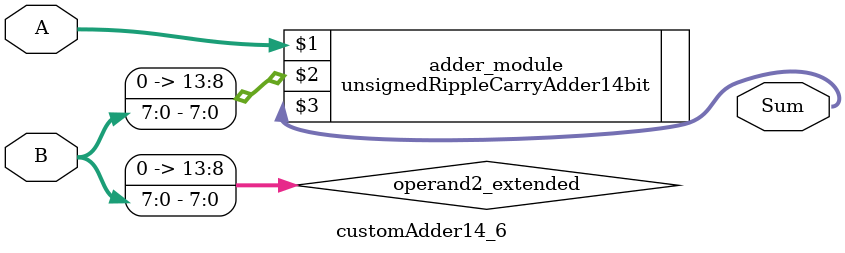
<source format=v>

module customAdder14_6(
                    input [13 : 0] A,
                    input [7 : 0] B,
                    
                    output [14 : 0] Sum
            );

    wire [13 : 0] operand2_extended;
    
    assign operand2_extended =  {6'b0, B};
    
    unsignedRippleCarryAdder14bit adder_module(
        A,
        operand2_extended,
        Sum
    );
    
endmodule
        
</source>
